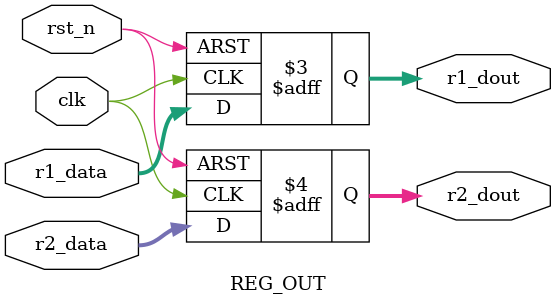
<source format=v>
`timescale 1ns / 1ps
module REG_OUT(
    input               clk,
    input               rst_n,
    input       [31:0]  r1_data,
    input       [31:0]  r2_data,
    output  reg [31:0]  r1_dout,
    output  reg [31:0]  r2_dout
    );
always@(posedge clk or negedge rst_n)
begin
    if(~rst_n)
    begin
        r1_dout <= 0;
        r2_dout <= 0;
    end
    else
    begin
        r1_dout <= r1_data;
        r2_dout <= r2_data;
    end
end


endmodule

</source>
